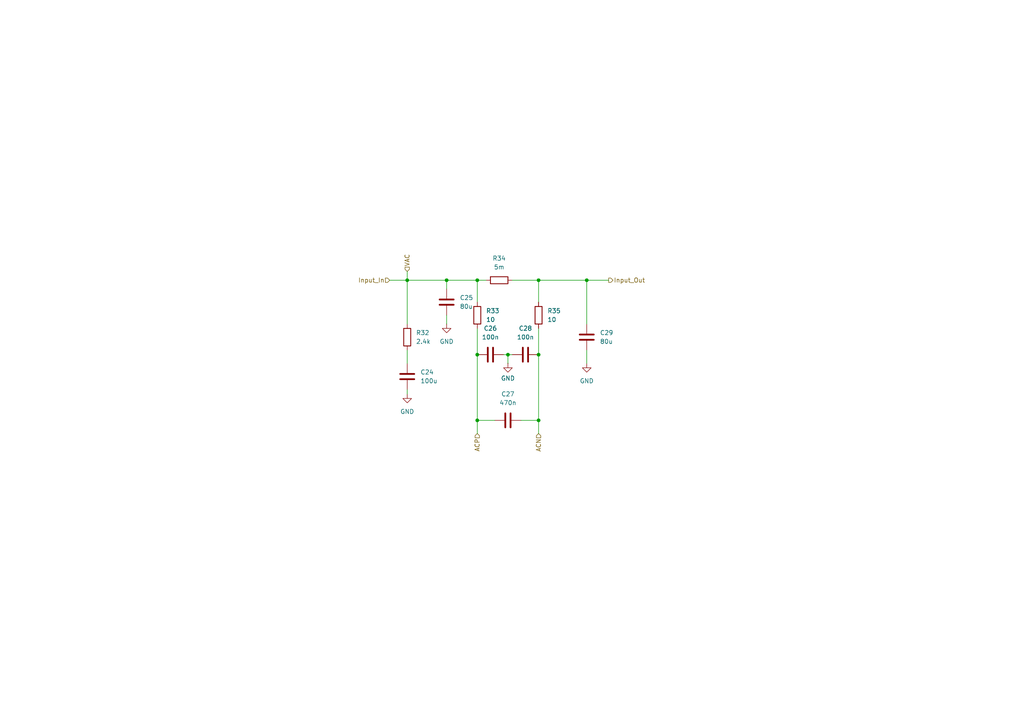
<source format=kicad_sch>
(kicad_sch (version 20231120) (generator "eeschema") (generator_version "8.0")
  (paper "A4")
  (lib_symbols
    (symbol "Device:C" (pin_numbers hide) (pin_names (offset 0.254))
      (property "Reference" "C" (at 0.635 2.54 0))
      (property "Value" "C" (at 0.635 -2.54 0))
      (symbol "C_0_1"
        (polyline (pts (xy -2.032 -0.762) (xy 2.032 -0.762)) (stroke (width 0.508)))
        (polyline (pts (xy -2.032 0.762) (xy 2.032 0.762)) (stroke (width 0.508)))
      )
      (symbol "C_1_1"
        (pin passive line (at 0 3.81 270) (length 2.794) (name "~") (number "1"))
        (pin passive line (at 0 -3.81 90) (length 2.794) (name "~") (number "2"))
      )
    )
    (symbol "Device:R" (pin_numbers hide) (pin_names (offset 0))
      (property "Reference" "R" (at 2.032 0 90))
      (property "Value" "R" (at 0 0 90))
      (symbol "R_0_1"
        (rectangle (start -1.016 -2.54) (end 1.016 2.54) (stroke (width 0.254)))
      )
      (symbol "R_1_1"
        (pin passive line (at 0 3.81 270) (length 1.27) (name "~") (number "1"))
        (pin passive line (at 0 -3.81 90) (length 1.27) (name "~") (number "2"))
      )
    )
    (symbol "power:GND" (power) (pin_numbers hide) (pin_names (offset 0) hide)
      (property "Value" "GND" (at 0 -3.81 0))
      (symbol "GND_0_1"
        (polyline (pts (xy 0 0) (xy 0 -1.27) (xy 1.27 -1.27) (xy 0 -2.54) (xy -1.27 -1.27) (xy 0 -1.27)))
      )
      (symbol "GND_1_1"
        (pin power_in line (at 0 0 270) (length 0) (name "~") (number "1"))
      )
    )
  )
  (junction (at 138.43 81.28))
  (junction (at 118.11 81.28))
  (junction (at 156.21 121.92))
  (junction (at 170.18 81.28))
  (junction (at 129.54 81.28))
  (junction (at 138.43 121.92))
  (junction (at 156.21 102.87))
  (junction (at 138.43 102.87))
  (junction (at 147.32 102.87))
  (junction (at 156.21 81.28))
  (wire (pts (xy 138.43 81.28) (xy 140.97 81.28)))
  (wire (pts (xy 170.18 101.6) (xy 170.18 105.41)))
  (wire (pts (xy 147.32 102.87) (xy 147.32 105.41)))
  (wire (pts (xy 147.32 102.87) (xy 148.59 102.87)))
  (wire (pts (xy 170.18 81.28) (xy 156.21 81.28)))
  (wire (pts (xy 138.43 121.92) (xy 138.43 125.73)))
  (wire (pts (xy 148.59 81.28) (xy 156.21 81.28)))
  (wire (pts (xy 118.11 78.74) (xy 118.11 81.28)))
  (wire (pts (xy 156.21 102.87) (xy 156.21 121.92)))
  (wire (pts (xy 129.54 83.82) (xy 129.54 81.28)))
  (wire (pts (xy 118.11 81.28) (xy 118.11 93.98)))
  (wire (pts (xy 151.13 121.92) (xy 156.21 121.92)))
  (wire (pts (xy 156.21 81.28) (xy 156.21 87.63)))
  (wire (pts (xy 118.11 101.6) (xy 118.11 105.41)))
  (wire (pts (xy 138.43 102.87) (xy 138.43 121.92)))
  (wire (pts (xy 129.54 81.28) (xy 138.43 81.28)))
  (wire (pts (xy 113.03 81.28) (xy 118.11 81.28)))
  (wire (pts (xy 170.18 93.98) (xy 170.18 81.28)))
  (wire (pts (xy 138.43 81.28) (xy 138.43 87.63)))
  (wire (pts (xy 118.11 113.03) (xy 118.11 114.3)))
  (wire (pts (xy 156.21 121.92) (xy 156.21 125.73)))
  (wire (pts (xy 138.43 95.25) (xy 138.43 102.87)))
  (wire (pts (xy 118.11 81.28) (xy 129.54 81.28)))
  (wire (pts (xy 170.18 81.28) (xy 176.53 81.28)))
  (wire (pts (xy 156.21 95.25) (xy 156.21 102.87)))
  (wire (pts (xy 129.54 91.44) (xy 129.54 93.98)))
  (wire (pts (xy 138.43 121.92) (xy 143.51 121.92)))
  (wire (pts (xy 146.05 102.87) (xy 147.32 102.87)))
  (hierarchical_label "ACP" (shape input) (at 138.43 125.73 270))
  (hierarchical_label "ACN" (shape input) (at 156.21 125.73 270))
  (hierarchical_label "Input_Out" (shape output) (at 176.53 81.28 0))
  (hierarchical_label "VAC" (shape input) (at 118.11 78.74 90))
  (hierarchical_label "Input_In" (shape input) (at 113.03 81.28 180))
  (symbol (lib_id "power:GND") (at 118.11 114.3 0) (unit 1)
    (property "Reference" "#PWR39" (effects (hide yes)))
    (property "Value" "GND" (at 118.11 119.38 0))
    (property "Description" "Power symbol creates a global label with name \"GND\" , ground" (effects (hide yes)))
  )
  (symbol (lib_id "Device:C") (at 142.24 102.87 90) (unit 1)
    (property "Reference" "C26" (at 142.24 95.25 90))
    (property "Value" "100n" (at 142.24 97.79 90))
    (property "Description" "Unpolarized capacitor" (effects (hide yes)))
  )
  (symbol (lib_id "Device:R") (at 144.78 81.28 270) (unit 1)
    (property "Reference" "R34" (at 144.78 74.93 90))
    (property "Value" "5m" (at 144.78 77.47 90))
    (property "Description" "Resistor" (effects (hide yes)))
  )
  (symbol (lib_id "power:GND") (at 129.54 93.98 0) (unit 1)
    (property "Reference" "#PWR40" (effects (hide yes)))
    (property "Value" "GND" (at 129.54 99.06 0))
    (property "Description" "Power symbol creates a global label with name \"GND\" , ground" (effects (hide yes)))
  )
  (symbol (lib_id "Device:R") (at 118.11 97.79 180) (unit 1)
    (property "Reference" "R32" (at 120.65 96.5199 0) (effects (justify right)))
    (property "Value" "2.4k" (at 120.65 99.0599 0) (effects (justify right)))
    (property "Description" "Resistor" (effects (hide yes)))
  )
  (symbol (lib_id "power:GND") (at 147.32 105.41 0) (unit 1)
    (property "Reference" "#PWR41" (effects (hide yes)))
    (property "Value" "GND" (at 147.32 109.728 0))
    (property "Description" "Power symbol creates a global label with name \"GND\" , ground" (effects (hide yes)))
  )
  (symbol (lib_id "power:GND") (at 170.18 105.41 0) (unit 1)
    (property "Reference" "#PWR42" (effects (hide yes)))
    (property "Value" "GND" (at 170.18 110.49 0))
    (property "Description" "Power symbol creates a global label with name \"GND\" , ground" (effects (hide yes)))
  )
  (symbol (lib_id "Device:C") (at 147.32 121.92 90) (unit 1)
    (property "Reference" "C27" (at 147.32 114.3 90))
    (property "Value" "470n" (at 147.32 116.84 90))
    (property "Description" "Unpolarized capacitor" (effects (hide yes)))
  )
  (symbol (lib_id "Device:C") (at 152.4 102.87 90) (unit 1)
    (property "Reference" "C28" (at 152.4 95.25 90))
    (property "Value" "100n" (at 152.4 97.79 90))
    (property "Description" "Unpolarized capacitor" (effects (hide yes)))
  )
  (symbol (lib_id "Device:C") (at 129.54 87.63 0) (unit 1)
    (property "Reference" "C25" (at 133.35 86.3599 0) (effects (justify left)))
    (property "Value" "80u" (at 133.35 88.8999 0) (effects (justify left)))
    (property "Description" "Unpolarized capacitor" (effects (hide yes)))
  )
  (symbol (lib_id "Device:R") (at 156.21 91.44 180) (unit 1)
    (property "Reference" "R35" (at 158.75 90.1699 0) (effects (justify right)))
    (property "Value" "10" (at 158.75 92.7099 0) (effects (justify right)))
    (property "Description" "Resistor" (effects (hide yes)))
  )
  (symbol (lib_id "Device:C") (at 170.18 97.79 0) (unit 1)
    (property "Reference" "C29" (at 173.99 96.5199 0) (effects (justify left)))
    (property "Value" "80u" (at 173.99 99.0599 0) (effects (justify left)))
    (property "Description" "Unpolarized capacitor" (effects (hide yes)))
  )
  (symbol (lib_id "Device:R") (at 138.43 91.44 180) (unit 1)
    (property "Reference" "R33" (at 140.97 90.1699 0) (effects (justify right)))
    (property "Value" "10" (at 140.97 92.7099 0) (effects (justify right)))
    (property "Description" "Resistor" (effects (hide yes)))
  )
  (symbol (lib_id "Device:C") (at 118.11 109.22 0) (unit 1)
    (property "Reference" "C24" (at 121.92 107.9499 0) (effects (justify left)))
    (property "Value" "100u" (at 121.92 110.4899 0) (effects (justify left)))
    (property "Description" "Unpolarized capacitor" (effects (hide yes)))
  )
)
</source>
